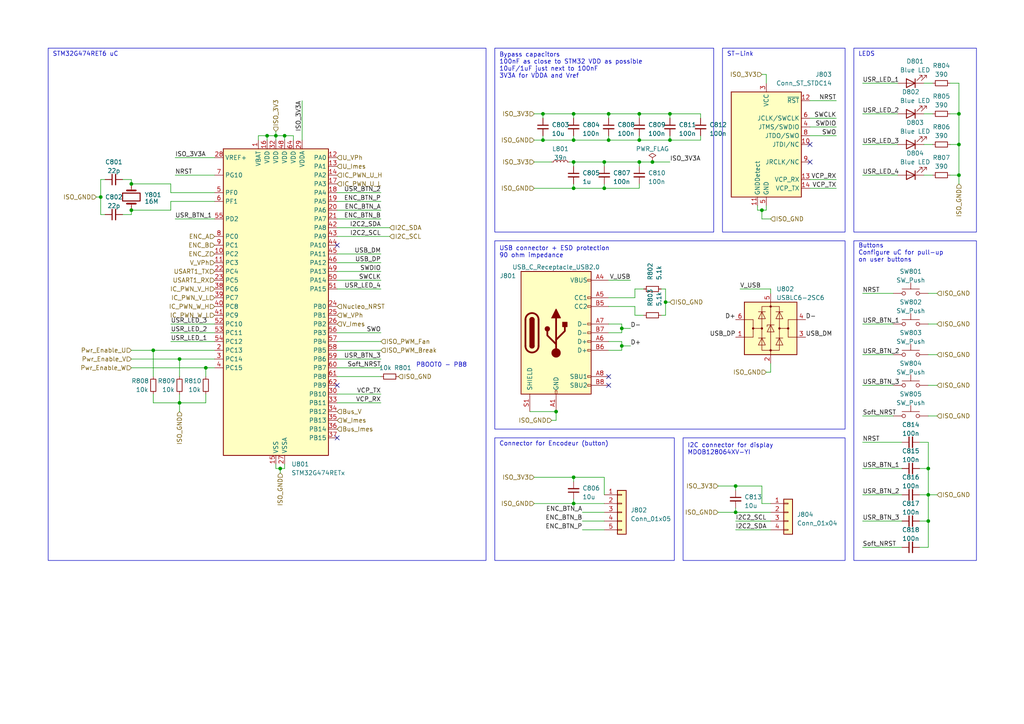
<source format=kicad_sch>
(kicad_sch (version 20230121) (generator eeschema)
  (paper "A4")
  (title_block (title "AAP Inverter") (date "2023-05-01") (company "ENSEA"))
  (lib_symbols
    (symbol "Connector:Conn_ST_STDC14"
      (property "Reference" "J" (at -8.89 16.51 0))
      (property "Value" "Conn_ST_STDC14" (at 17.78 16.51 0))
      (symbol "Conn_ST_STDC14_1_1"
        (pin no_connect line (at -10.16 5.08 0) (length 2.54) hide (name "NC") (number "1"))
        (pin output line (at 12.7 0 180) (length 2.54) (name "JTDI/NC") (number "10"))
        (pin passive line (at -2.54 -17.78 90) (length 2.54) (name "GNDDetect") (number "11"))
        (pin open_collector line (at 12.7 12.7 180) (length 2.54) (name "~{RST}") (number "12"))
        (pin output line (at 12.7 -10.16 180) (length 2.54) (name "VCP_RX") (number "13"))
        (pin input line (at 12.7 -12.7 180) (length 2.54) (name "VCP_TX") (number "14"))
        (pin no_connect line (at -10.16 2.54 0) (length 2.54) hide (name "NC") (number "2"))
        (pin power_in line (at 0 17.78 270) (length 2.54) (name "VCC") (number "3"))
        (pin bidirectional line (at 12.7 5.08 180) (length 2.54) (name "JTMS/SWDIO") (number "4"))
        (pin power_in line (at 0 -17.78 90) (length 2.54) (name "GND") (number "5"))
        (pin output line (at 12.7 7.62 180) (length 2.54) (name "JCLK/SWCLK") (number "6"))
        (pin passive line (at 0 -17.78 90) (length 2.54) hide (name "GND") (number "7"))
        (pin input line (at 12.7 2.54 180) (length 2.54) (name "JTDO/SWO") (number "8"))
        (pin input line (at 12.7 -5.08 180) (length 2.54) (name "JRCLK/NC") (number "9"))
      )
    )
    (symbol "Connector:USB_C_Receptacle_USB2.0" (pin_names (offset 1.016))
      (property "Reference" "J" (at -10.16 19.05 0))
      (property "Value" "USB_C_Receptacle_USB2.0" (at 19.05 19.05 0))
      (symbol "USB_C_Receptacle_USB2.0_1_1"
        (pin passive line (at 0 -22.86 90) (length 5.08) (name "GND") (number "A1"))
        (pin passive line (at 0 -22.86 90) (length 5.08) hide (name "GND") (number "A12"))
        (pin passive line (at 15.24 15.24 180) (length 5.08) (name "VBUS") (number "A4"))
        (pin bidirectional line (at 15.24 10.16 180) (length 5.08) (name "CC1") (number "A5"))
        (pin bidirectional line (at 15.24 -2.54 180) (length 5.08) (name "D+") (number "A6"))
        (pin bidirectional line (at 15.24 2.54 180) (length 5.08) (name "D-") (number "A7"))
        (pin bidirectional line (at 15.24 -12.7 180) (length 5.08) (name "SBU1") (number "A8"))
        (pin passive line (at 15.24 15.24 180) (length 5.08) hide (name "VBUS") (number "A9"))
        (pin passive line (at 0 -22.86 90) (length 5.08) hide (name "GND") (number "B1"))
        (pin passive line (at 0 -22.86 90) (length 5.08) hide (name "GND") (number "B12"))
        (pin passive line (at 15.24 15.24 180) (length 5.08) hide (name "VBUS") (number "B4"))
        (pin bidirectional line (at 15.24 7.62 180) (length 5.08) (name "CC2") (number "B5"))
        (pin bidirectional line (at 15.24 -5.08 180) (length 5.08) (name "D+") (number "B6"))
        (pin bidirectional line (at 15.24 0 180) (length 5.08) (name "D-") (number "B7"))
        (pin bidirectional line (at 15.24 -15.24 180) (length 5.08) (name "SBU2") (number "B8"))
        (pin passive line (at 15.24 15.24 180) (length 5.08) hide (name "VBUS") (number "B9"))
        (pin passive line (at -7.62 -22.86 90) (length 5.08) (name "SHIELD") (number "S1"))
      )
    )
    (symbol "Connector_Generic:Conn_01x04" (pin_names (offset 1.016) hide)
      (property "Reference" "J" (at 0 5.08 0))
      (property "Value" "Conn_01x04" (at 0 -7.62 0))
      (symbol "Conn_01x04_1_1"
        (pin passive line (at -5.08 2.54 0) (length 3.81) (name "Pin_1") (number "1"))
        (pin passive line (at -5.08 0 0) (length 3.81) (name "Pin_2") (number "2"))
        (pin passive line (at -5.08 -2.54 0) (length 3.81) (name "Pin_3") (number "3"))
        (pin passive line (at -5.08 -5.08 0) (length 3.81) (name "Pin_4") (number "4"))
      )
    )
    (symbol "Connector_Generic:Conn_01x05" (pin_names (offset 1.016) hide)
      (property "Reference" "J" (at 0 7.62 0))
      (property "Value" "Conn_01x05" (at 0 -7.62 0))
      (symbol "Conn_01x05_1_1"
        (pin passive line (at -5.08 5.08 0) (length 3.81) (name "Pin_1") (number "1"))
        (pin passive line (at -5.08 2.54 0) (length 3.81) (name "Pin_2") (number "2"))
        (pin passive line (at -5.08 0 0) (length 3.81) (name "Pin_3") (number "3"))
        (pin passive line (at -5.08 -2.54 0) (length 3.81) (name "Pin_4") (number "4"))
        (pin passive line (at -5.08 -5.08 0) (length 3.81) (name "Pin_5") (number "5"))
      )
    )
    (symbol "Device:C_Small" (pin_numbers hide) (pin_names (offset 0.254) hide)
      (property "Reference" "C" (at 0.254 1.778 0))
      (property "Value" "C_Small" (at 0.254 -2.032 0))
      (symbol "C_Small_1_1"
        (pin passive line (at 0 2.54 270) (length 2.032) (name "~") (number "1"))
        (pin passive line (at 0 -2.54 90) (length 2.032) (name "~") (number "2"))
      )
    )
    (symbol "Device:Crystal" (pin_numbers hide) (pin_names (offset 1.016) hide)
      (property "Reference" "Y" (at 0 3.81 0))
      (property "Value" "Crystal" (at 0 -3.81 0))
      (symbol "Crystal_1_1"
        (pin passive line (at -3.81 0 0) (length 1.27) (name "1") (number "1"))
        (pin passive line (at 3.81 0 180) (length 1.27) (name "2") (number "2"))
      )
    )
    (symbol "Device:LED" (pin_numbers hide) (pin_names (offset 1.016) hide)
      (property "Reference" "D" (at 0 2.54 0))
      (property "Value" "LED" (at 0 -2.54 0))
      (symbol "LED_1_1"
        (pin passive line (at -3.81 0 0) (length 2.54) (name "K") (number "1"))
        (pin passive line (at 3.81 0 180) (length 2.54) (name "A") (number "2"))
      )
    )
    (symbol "Device:L_Small" (pin_numbers hide) (pin_names (offset 0.254) hide)
      (property "Reference" "L" (at 0.762 1.016 0))
      (property "Value" "L_Small" (at 0.762 -1.016 0))
      (symbol "L_Small_1_1"
        (pin passive line (at 0 2.54 270) (length 0.508) (name "~") (number "1"))
        (pin passive line (at 0 -2.54 90) (length 0.508) (name "~") (number "2"))
      )
    )
    (symbol "Device:R_Small" (pin_numbers hide) (pin_names (offset 0.254) hide)
      (property "Reference" "R" (at 0.762 0.508 0))
      (property "Value" "R_Small" (at 0.762 -1.016 0))
      (symbol "R_Small_1_1"
        (pin passive line (at 0 2.54 270) (length 0.762) (name "~") (number "1"))
        (pin passive line (at 0 -2.54 90) (length 0.762) (name "~") (number "2"))
      )
    )
    (symbol "MCU_ST_STM32G4:STM32G474RETx"
      (property "Reference" "U" (at -15.24 46.99 0))
      (property "Value" "STM32G474RETx" (at 10.16 46.99 0))
      (symbol "STM32G474RETx_1_1"
        (pin power_in line (at -5.08 48.26 270) (length 2.54) (name "VBAT") (number "1"))
        (pin bidirectional line (at -17.78 15.24 0) (length 2.54) (name "PC2") (number "10"))
        (pin bidirectional line (at -17.78 12.7 0) (length 2.54) (name "PC3") (number "11"))
        (pin bidirectional line (at 17.78 43.18 180) (length 2.54) (name "PA0") (number "12"))
        (pin bidirectional line (at 17.78 40.64 180) (length 2.54) (name "PA1") (number "13"))
        (pin bidirectional line (at 17.78 38.1 180) (length 2.54) (name "PA2") (number "14"))
        (pin power_in line (at 0 -45.72 90) (length 2.54) (name "VSS") (number "15"))
        (pin power_in line (at -2.54 48.26 270) (length 2.54) (name "VDD") (number "16"))
        (pin bidirectional line (at 17.78 35.56 180) (length 2.54) (name "PA3") (number "17"))
        (pin bidirectional line (at 17.78 33.02 180) (length 2.54) (name "PA4") (number "18"))
        (pin bidirectional line (at 17.78 30.48 180) (length 2.54) (name "PA5") (number "19"))
        (pin bidirectional line (at -17.78 -12.7 0) (length 2.54) (name "PC13") (number "2"))
        (pin bidirectional line (at 17.78 27.94 180) (length 2.54) (name "PA6") (number "20"))
        (pin bidirectional line (at 17.78 25.4 180) (length 2.54) (name "PA7") (number "21"))
        (pin bidirectional line (at -17.78 10.16 0) (length 2.54) (name "PC4") (number "22"))
        (pin bidirectional line (at -17.78 7.62 0) (length 2.54) (name "PC5") (number "23"))
        (pin bidirectional line (at 17.78 0 180) (length 2.54) (name "PB0") (number "24"))
        (pin bidirectional line (at 17.78 -2.54 180) (length 2.54) (name "PB1") (number "25"))
        (pin bidirectional line (at 17.78 -5.08 180) (length 2.54) (name "PB2") (number "26"))
        (pin power_in line (at 2.54 -45.72 90) (length 2.54) (name "VSSA") (number "27"))
        (pin input line (at -17.78 43.18 0) (length 2.54) (name "VREF+") (number "28"))
        (pin power_in line (at 7.62 48.26 270) (length 2.54) (name "VDDA") (number "29"))
        (pin bidirectional line (at -17.78 -15.24 0) (length 2.54) (name "PC14") (number "3"))
        (pin bidirectional line (at 17.78 -25.4 180) (length 2.54) (name "PB10") (number "30"))
        (pin passive line (at 0 -45.72 90) (length 2.54) hide (name "VSS") (number "31"))
        (pin power_in line (at 0 48.26 270) (length 2.54) (name "VDD") (number "32"))
        (pin bidirectional line (at 17.78 -27.94 180) (length 2.54) (name "PB11") (number "33"))
        (pin bidirectional line (at 17.78 -30.48 180) (length 2.54) (name "PB12") (number "34"))
        (pin bidirectional line (at 17.78 -33.02 180) (length 2.54) (name "PB13") (number "35"))
        (pin bidirectional line (at 17.78 -35.56 180) (length 2.54) (name "PB14") (number "36"))
        (pin bidirectional line (at 17.78 -38.1 180) (length 2.54) (name "PB15") (number "37"))
        (pin bidirectional line (at -17.78 5.08 0) (length 2.54) (name "PC6") (number "38"))
        (pin bidirectional line (at -17.78 2.54 0) (length 2.54) (name "PC7") (number "39"))
        (pin bidirectional line (at -17.78 -17.78 0) (length 2.54) (name "PC15") (number "4"))
        (pin bidirectional line (at -17.78 0 0) (length 2.54) (name "PC8") (number "40"))
        (pin bidirectional line (at -17.78 -2.54 0) (length 2.54) (name "PC9") (number "41"))
        (pin bidirectional line (at 17.78 22.86 180) (length 2.54) (name "PA8") (number "42"))
        (pin bidirectional line (at 17.78 20.32 180) (length 2.54) (name "PA9") (number "43"))
        (pin bidirectional line (at 17.78 17.78 180) (length 2.54) (name "PA10") (number "44"))
        (pin bidirectional line (at 17.78 15.24 180) (length 2.54) (name "PA11") (number "45"))
        (pin bidirectional line (at 17.78 12.7 180) (length 2.54) (name "PA12") (number "46"))
        (pin passive line (at 0 -45.72 90) (length 2.54) hide (name "VSS") (number "47"))
        (pin power_in line (at 2.54 48.26 270) (length 2.54) (name "VDD") (number "48"))
        (pin bidirectional line (at 17.78 10.16 180) (length 2.54) (name "PA13") (number "49"))
        (pin bidirectional line (at -17.78 33.02 0) (length 2.54) (name "PF0") (number "5"))
        (pin bidirectional line (at 17.78 7.62 180) (length 2.54) (name "PA14") (number "50"))
        (pin bidirectional line (at 17.78 5.08 180) (length 2.54) (name "PA15") (number "51"))
        (pin bidirectional line (at -17.78 -5.08 0) (length 2.54) (name "PC10") (number "52"))
        (pin bidirectional line (at -17.78 -7.62 0) (length 2.54) (name "PC11") (number "53"))
        (pin bidirectional line (at -17.78 -10.16 0) (length 2.54) (name "PC12") (number "54"))
        (pin bidirectional line (at -17.78 25.4 0) (length 2.54) (name "PD2") (number "55"))
        (pin bidirectional line (at 17.78 -7.62 180) (length 2.54) (name "PB3") (number "56"))
        (pin bidirectional line (at 17.78 -10.16 180) (length 2.54) (name "PB4") (number "57"))
        (pin bidirectional line (at 17.78 -12.7 180) (length 2.54) (name "PB5") (number "58"))
        (pin bidirectional line (at 17.78 -15.24 180) (length 2.54) (name "PB6") (number "59"))
        (pin bidirectional line (at -17.78 30.48 0) (length 2.54) (name "PF1") (number "6"))
        (pin bidirectional line (at 17.78 -17.78 180) (length 2.54) (name "PB7") (number "60"))
        (pin bidirectional line (at 17.78 -20.32 180) (length 2.54) (name "PB8") (number "61"))
        (pin bidirectional line (at 17.78 -22.86 180) (length 2.54) (name "PB9") (number "62"))
        (pin passive line (at 0 -45.72 90) (length 2.54) hide (name "VSS") (number "63"))
        (pin power_in line (at 5.08 48.26 270) (length 2.54) (name "VDD") (number "64"))
        (pin bidirectional line (at -17.78 38.1 0) (length 2.54) (name "PG10") (number "7"))
        (pin bidirectional line (at -17.78 20.32 0) (length 2.54) (name "PC0") (number "8"))
        (pin bidirectional line (at -17.78 17.78 0) (length 2.54) (name "PC1") (number "9"))
      )
    )
    (symbol "Power_Protection:USBLC6-2SC6" (pin_names hide)
      (property "Reference" "U" (at 2.54 8.89 0))
      (property "Value" "USBLC6-2SC6" (at 2.54 -8.89 0))
      (symbol "USBLC6-2SC6_1_1"
        (pin passive line (at -10.16 -2.54 0) (length 2.54) (name "I/O1") (number "1"))
        (pin passive line (at 0 -10.16 90) (length 2.54) (name "GND") (number "2"))
        (pin passive line (at 10.16 -2.54 180) (length 2.54) (name "I/O2") (number "3"))
        (pin passive line (at 10.16 2.54 180) (length 2.54) (name "I/O2") (number "4"))
        (pin passive line (at 0 10.16 270) (length 2.54) (name "VBUS") (number "5"))
        (pin passive line (at -10.16 2.54 0) (length 2.54) (name "I/O1") (number "6"))
      )
    )
    (symbol "Switch:SW_Push" (pin_numbers hide) (pin_names (offset 1.016) hide)
      (property "Reference" "SW" (at 1.27 2.54 0))
      (property "Value" "SW_Push" (at 0 -1.524 0))
      (symbol "SW_Push_0_1"
        (pin passive line (at -5.08 0 0) (length 2.54) (name "1") (number "1"))
        (pin passive line (at 5.08 0 180) (length 2.54) (name "2") (number "2"))
      )
    )
    (symbol "power:PWR_FLAG" (power) (pin_numbers hide) (pin_names (offset 0) hide)
      (property "Value" "PWR_FLAG" (at 0 3.81 0))
      (symbol "PWR_FLAG_0_0"
        (pin power_out line (at 0 0 90) (length 0) (name "pwr") (number "1"))
      )
    )
  )
  (junction (at 161.29 119.38))
  (junction (at 175.26 46.99))
  (junction (at 180.34 100.33))
  (junction (at 77.47 39.37))
  (junction (at 193.04 87.63))
  (junction (at 269.24 151.13))
  (junction (at 38.1 60.96))
  (junction (at 269.24 135.89))
  (junction (at 29.21 57.15))
  (junction (at 52.07 116.84))
  (junction (at 213.36 148.59))
  (junction (at 180.34 95.25))
  (junction (at 185.42 33.02))
  (junction (at 220.98 60.96))
  (junction (at 166.37 46.99))
  (junction (at 59.69 106.68))
  (junction (at 278.13 33.02))
  (junction (at 166.37 146.05))
  (junction (at 278.13 50.8))
  (junction (at 194.31 40.64))
  (junction (at 52.07 104.14))
  (junction (at 175.26 54.61))
  (junction (at 166.37 40.64))
  (junction (at 166.37 138.43))
  (junction (at 44.45 101.6))
  (junction (at 81.28 135.89))
  (junction (at 185.42 46.99))
  (junction (at 38.1 53.34))
  (junction (at 176.53 33.02))
  (junction (at 189.23 46.99))
  (junction (at 82.55 39.37))
  (junction (at 166.37 54.61))
  (junction (at 194.31 33.02))
  (junction (at 157.48 40.64))
  (junction (at 269.24 143.51))
  (junction (at 176.53 40.64))
  (junction (at 185.42 40.64))
  (junction (at 166.37 33.02))
  (junction (at 80.01 39.37))
  (junction (at 157.48 33.02))
  (junction (at 278.13 41.91))
  (junction (at 213.36 140.97))
  (no_connect (at 97.79 111.76))
  (no_connect (at 234.95 46.99))
  (no_connect (at 97.79 71.12))
  (no_connect (at 97.79 127))
  (no_connect (at 176.53 111.76))
  (no_connect (at 176.53 109.22))
  (no_connect (at 234.95 41.91))
  (wire (pts (xy 208.28 140.97) (xy 213.36 140.97)))
  (wire (pts (xy 194.31 33.02) (xy 194.31 34.29)))
  (wire (pts (xy 220.98 63.5) (xy 220.98 60.96)))
  (wire (pts (xy 80.01 38.1) (xy 80.01 39.37)))
  (wire (pts (xy 250.19 143.51) (xy 261.62 143.51)))
  (wire (pts (xy 97.79 55.88) (xy 110.49 55.88)))
  (wire (pts (xy 250.19 128.27) (xy 261.62 128.27)))
  (wire (pts (xy 161.29 119.38) (xy 161.29 121.92)))
  (wire (pts (xy 49.53 55.88) (xy 62.23 55.88)))
  (wire (pts (xy 185.42 53.34) (xy 185.42 54.61)))
  (wire (pts (xy 50.8 45.72) (xy 62.23 45.72)))
  (wire (pts (xy 203.2 33.02) (xy 203.2 34.29)))
  (wire (pts (xy 250.19 41.91) (xy 260.35 41.91)))
  (wire (pts (xy 175.26 46.99) (xy 185.42 46.99)))
  (wire (pts (xy 275.59 41.91) (xy 278.13 41.91)))
  (wire (pts (xy 266.7 158.75) (xy 269.24 158.75)))
  (wire (pts (xy 154.94 146.05) (xy 166.37 146.05)))
  (wire (pts (xy 269.24 120.65) (xy 271.78 120.65)))
  (wire (pts (xy 269.24 143.51) (xy 269.24 135.89)))
  (wire (pts (xy 175.26 53.34) (xy 175.26 54.61)))
  (wire (pts (xy 49.53 96.52) (xy 62.23 96.52)))
  (wire (pts (xy 176.53 81.28) (xy 182.88 81.28)))
  (wire (pts (xy 110.49 99.06) (xy 97.79 99.06)))
  (wire (pts (xy 44.45 101.6) (xy 44.45 109.22)))
  (wire (pts (xy 269.24 111.76) (xy 271.78 111.76)))
  (wire (pts (xy 175.26 54.61) (xy 166.37 54.61)))
  (wire (pts (xy 213.36 140.97) (xy 213.36 142.24)))
  (wire (pts (xy 269.24 128.27) (xy 266.7 128.27)))
  (wire (pts (xy 275.59 33.02) (xy 278.13 33.02)))
  (wire (pts (xy 269.24 158.75) (xy 269.24 151.13)))
  (wire (pts (xy 80.01 39.37) (xy 80.01 40.64)))
  (wire (pts (xy 110.49 104.14) (xy 97.79 104.14)))
  (wire (pts (xy 97.79 78.74) (xy 110.49 78.74)))
  (wire (pts (xy 157.48 33.02) (xy 166.37 33.02)))
  (wire (pts (xy 180.34 99.06) (xy 180.34 100.33)))
  (wire (pts (xy 194.31 33.02) (xy 203.2 33.02)))
  (wire (pts (xy 166.37 144.78) (xy 166.37 146.05)))
  (wire (pts (xy 38.1 53.34) (xy 38.1 52.07)))
  (wire (pts (xy 271.78 85.09) (xy 269.24 85.09)))
  (wire (pts (xy 97.79 116.84) (xy 110.49 116.84)))
  (wire (pts (xy 166.37 40.64) (xy 157.48 40.64)))
  (wire (pts (xy 50.8 50.8) (xy 62.23 50.8)))
  (wire (pts (xy 52.07 116.84) (xy 59.69 116.84)))
  (wire (pts (xy 74.93 40.64) (xy 74.93 39.37)))
  (wire (pts (xy 193.04 83.82) (xy 191.77 83.82)))
  (wire (pts (xy 213.36 153.67) (xy 223.52 153.67)))
  (wire (pts (xy 176.53 96.52) (xy 180.34 96.52)))
  (wire (pts (xy 234.95 52.07) (xy 242.57 52.07)))
  (wire (pts (xy 59.69 106.68) (xy 59.69 109.22)))
  (wire (pts (xy 220.98 21.59) (xy 222.25 21.59)))
  (wire (pts (xy 194.31 87.63) (xy 193.04 87.63)))
  (wire (pts (xy 97.79 73.66) (xy 110.49 73.66)))
  (wire (pts (xy 250.19 120.65) (xy 259.08 120.65)))
  (wire (pts (xy 267.97 33.02) (xy 270.51 33.02)))
  (wire (pts (xy 166.37 39.37) (xy 166.37 40.64)))
  (wire (pts (xy 175.26 151.13) (xy 168.91 151.13)))
  (wire (pts (xy 59.69 106.68) (xy 62.23 106.68)))
  (wire (pts (xy 176.53 99.06) (xy 180.34 99.06)))
  (wire (pts (xy 269.24 151.13) (xy 269.24 143.51)))
  (wire (pts (xy 180.34 93.98) (xy 180.34 95.25)))
  (wire (pts (xy 234.95 39.37) (xy 242.57 39.37)))
  (wire (pts (xy 213.36 140.97) (xy 220.98 140.97)))
  (wire (pts (xy 184.15 91.44) (xy 184.15 88.9)))
  (wire (pts (xy 278.13 24.13) (xy 278.13 33.02)))
  (wire (pts (xy 250.19 33.02) (xy 260.35 33.02)))
  (wire (pts (xy 176.53 39.37) (xy 176.53 40.64)))
  (wire (pts (xy 193.04 91.44) (xy 193.04 87.63)))
  (wire (pts (xy 220.98 60.96) (xy 222.25 60.96)))
  (wire (pts (xy 234.95 36.83) (xy 242.57 36.83)))
  (wire (pts (xy 29.21 62.23) (xy 30.48 62.23)))
  (wire (pts (xy 269.24 102.87) (xy 271.78 102.87)))
  (wire (pts (xy 275.59 50.8) (xy 278.13 50.8)))
  (wire (pts (xy 222.25 21.59) (xy 222.25 24.13)))
  (wire (pts (xy 82.55 39.37) (xy 85.09 39.37)))
  (wire (pts (xy 49.53 60.96) (xy 38.1 60.96)))
  (wire (pts (xy 38.1 60.96) (xy 38.1 62.23)))
  (wire (pts (xy 166.37 53.34) (xy 166.37 54.61)))
  (wire (pts (xy 27.94 57.15) (xy 29.21 57.15)))
  (wire (pts (xy 44.45 101.6) (xy 62.23 101.6)))
  (wire (pts (xy 250.19 93.98) (xy 259.08 93.98)))
  (wire (pts (xy 35.56 52.07) (xy 38.1 52.07)))
  (wire (pts (xy 214.63 83.82) (xy 223.52 83.82)))
  (wire (pts (xy 110.49 83.82) (xy 97.79 83.82)))
  (wire (pts (xy 154.94 46.99) (xy 160.02 46.99)))
  (wire (pts (xy 222.25 59.69) (xy 222.25 60.96)))
  (wire (pts (xy 97.79 60.96) (xy 110.49 60.96)))
  (wire (pts (xy 81.28 135.89) (xy 81.28 137.16)))
  (wire (pts (xy 266.7 135.89) (xy 269.24 135.89)))
  (wire (pts (xy 219.71 60.96) (xy 219.71 59.69)))
  (wire (pts (xy 161.29 121.92) (xy 160.02 121.92)))
  (wire (pts (xy 191.77 91.44) (xy 193.04 91.44)))
  (wire (pts (xy 269.24 93.98) (xy 271.78 93.98)))
  (wire (pts (xy 49.53 93.98) (xy 62.23 93.98)))
  (wire (pts (xy 175.26 148.59) (xy 168.91 148.59)))
  (wire (pts (xy 275.59 24.13) (xy 278.13 24.13)))
  (wire (pts (xy 185.42 33.02) (xy 194.31 33.02)))
  (wire (pts (xy 50.8 63.5) (xy 62.23 63.5)))
  (wire (pts (xy 250.19 50.8) (xy 260.35 50.8)))
  (wire (pts (xy 175.26 54.61) (xy 185.42 54.61)))
  (wire (pts (xy 97.79 114.3) (xy 110.49 114.3)))
  (wire (pts (xy 154.94 54.61) (xy 166.37 54.61)))
  (wire (pts (xy 175.26 153.67) (xy 168.91 153.67)))
  (wire (pts (xy 85.09 39.37) (xy 85.09 40.64)))
  (wire (pts (xy 49.53 53.34) (xy 38.1 53.34)))
  (wire (pts (xy 166.37 46.99) (xy 175.26 46.99)))
  (wire (pts (xy 180.34 100.33) (xy 182.88 100.33)))
  (wire (pts (xy 185.42 39.37) (xy 185.42 40.64)))
  (wire (pts (xy 185.42 48.26) (xy 185.42 46.99)))
  (wire (pts (xy 110.49 106.68) (xy 97.79 106.68)))
  (wire (pts (xy 250.19 85.09) (xy 259.08 85.09)))
  (wire (pts (xy 38.1 104.14) (xy 52.07 104.14)))
  (wire (pts (xy 269.24 135.89) (xy 269.24 128.27)))
  (wire (pts (xy 166.37 33.02) (xy 166.37 34.29)))
  (wire (pts (xy 185.42 46.99) (xy 189.23 46.99)))
  (wire (pts (xy 157.48 40.64) (xy 157.48 39.37)))
  (wire (pts (xy 176.53 88.9) (xy 184.15 88.9)))
  (wire (pts (xy 44.45 114.3) (xy 44.45 116.84)))
  (wire (pts (xy 52.07 104.14) (xy 62.23 104.14)))
  (wire (pts (xy 82.55 134.62) (xy 82.55 135.89)))
  (wire (pts (xy 213.36 151.13) (xy 223.52 151.13)))
  (wire (pts (xy 52.07 109.22) (xy 52.07 104.14)))
  (wire (pts (xy 38.1 101.6) (xy 44.45 101.6)))
  (wire (pts (xy 267.97 24.13) (xy 270.51 24.13)))
  (wire (pts (xy 213.36 147.32) (xy 213.36 148.59)))
  (wire (pts (xy 180.34 93.98) (xy 176.53 93.98)))
  (wire (pts (xy 81.28 135.89) (xy 82.55 135.89)))
  (wire (pts (xy 234.95 54.61) (xy 242.57 54.61)))
  (wire (pts (xy 80.01 134.62) (xy 80.01 135.89)))
  (wire (pts (xy 110.49 109.22) (xy 97.79 109.22)))
  (wire (pts (xy 222.25 107.95) (xy 223.52 107.95)))
  (wire (pts (xy 250.19 158.75) (xy 261.62 158.75)))
  (wire (pts (xy 97.79 96.52) (xy 110.49 96.52)))
  (wire (pts (xy 213.36 148.59) (xy 223.52 148.59)))
  (wire (pts (xy 267.97 50.8) (xy 270.51 50.8)))
  (wire (pts (xy 266.7 143.51) (xy 269.24 143.51)))
  (wire (pts (xy 49.53 58.42) (xy 62.23 58.42)))
  (wire (pts (xy 49.53 99.06) (xy 62.23 99.06)))
  (wire (pts (xy 44.45 116.84) (xy 52.07 116.84)))
  (wire (pts (xy 180.34 95.25) (xy 182.88 95.25)))
  (wire (pts (xy 29.21 57.15) (xy 29.21 62.23)))
  (wire (pts (xy 29.21 52.07) (xy 29.21 57.15)))
  (wire (pts (xy 97.79 66.04) (xy 113.03 66.04)))
  (wire (pts (xy 166.37 138.43) (xy 166.37 139.7)))
  (wire (pts (xy 223.52 83.82) (xy 223.52 85.09)))
  (wire (pts (xy 234.95 34.29) (xy 242.57 34.29)))
  (wire (pts (xy 176.53 33.02) (xy 176.53 34.29)))
  (wire (pts (xy 189.23 46.99) (xy 194.31 46.99)))
  (wire (pts (xy 267.97 41.91) (xy 270.51 41.91)))
  (wire (pts (xy 176.53 101.6) (xy 180.34 101.6)))
  (wire (pts (xy 52.07 114.3) (xy 52.07 116.84)))
  (wire (pts (xy 30.48 52.07) (xy 29.21 52.07)))
  (wire (pts (xy 176.53 86.36) (xy 184.15 86.36)))
  (wire (pts (xy 166.37 48.26) (xy 166.37 46.99)))
  (wire (pts (xy 175.26 46.99) (xy 175.26 48.26)))
  (wire (pts (xy 220.98 60.96) (xy 219.71 60.96)))
  (wire (pts (xy 166.37 40.64) (xy 176.53 40.64)))
  (wire (pts (xy 278.13 41.91) (xy 278.13 50.8)))
  (wire (pts (xy 49.53 55.88) (xy 49.53 53.34)))
  (wire (pts (xy 278.13 33.02) (xy 278.13 41.91)))
  (wire (pts (xy 250.19 151.13) (xy 261.62 151.13)))
  (wire (pts (xy 97.79 63.5) (xy 110.49 63.5)))
  (wire (pts (xy 97.79 81.28) (xy 110.49 81.28)))
  (wire (pts (xy 97.79 76.2) (xy 110.49 76.2)))
  (wire (pts (xy 157.48 34.29) (xy 157.48 33.02)))
  (wire (pts (xy 166.37 138.43) (xy 175.26 138.43)))
  (wire (pts (xy 266.7 151.13) (xy 269.24 151.13)))
  (wire (pts (xy 74.93 39.37) (xy 77.47 39.37)))
  (wire (pts (xy 52.07 116.84) (xy 52.07 119.38)))
  (wire (pts (xy 38.1 106.68) (xy 59.69 106.68)))
  (wire (pts (xy 223.52 63.5) (xy 220.98 63.5)))
  (wire (pts (xy 194.31 39.37) (xy 194.31 40.64)))
  (wire (pts (xy 184.15 91.44) (xy 186.69 91.44)))
  (wire (pts (xy 250.19 102.87) (xy 259.08 102.87)))
  (wire (pts (xy 97.79 58.42) (xy 110.49 58.42)))
  (wire (pts (xy 203.2 39.37) (xy 203.2 40.64)))
  (wire (pts (xy 185.42 40.64) (xy 194.31 40.64)))
  (wire (pts (xy 250.19 24.13) (xy 260.35 24.13)))
  (wire (pts (xy 77.47 39.37) (xy 80.01 39.37)))
  (wire (pts (xy 176.53 33.02) (xy 185.42 33.02)))
  (wire (pts (xy 166.37 33.02) (xy 176.53 33.02)))
  (wire (pts (xy 80.01 39.37) (xy 82.55 39.37)))
  (wire (pts (xy 220.98 140.97) (xy 220.98 146.05)))
  (wire (pts (xy 208.28 148.59) (xy 213.36 148.59)))
  (wire (pts (xy 35.56 62.23) (xy 38.1 62.23)))
  (wire (pts (xy 153.67 119.38) (xy 161.29 119.38)))
  (wire (pts (xy 184.15 86.36) (xy 184.15 83.82)))
  (wire (pts (xy 166.37 146.05) (xy 175.26 146.05)))
  (wire (pts (xy 184.15 83.82) (xy 186.69 83.82)))
  (wire (pts (xy 82.55 39.37) (xy 82.55 40.64)))
  (wire (pts (xy 250.19 111.76) (xy 259.08 111.76)))
  (wire (pts (xy 203.2 40.64) (xy 194.31 40.64)))
  (wire (pts (xy 77.47 40.64) (xy 77.47 39.37)))
  (wire (pts (xy 59.69 114.3) (xy 59.69 116.84)))
  (wire (pts (xy 250.19 135.89) (xy 261.62 135.89)))
  (wire (pts (xy 234.95 29.21) (xy 242.57 29.21)))
  (wire (pts (xy 269.24 143.51) (xy 271.78 143.51)))
  (wire (pts (xy 180.34 95.25) (xy 180.34 96.52)))
  (wire (pts (xy 220.98 146.05) (xy 223.52 146.05)))
  (wire (pts (xy 80.01 135.89) (xy 81.28 135.89)))
  (wire (pts (xy 176.53 40.64) (xy 185.42 40.64)))
  (wire (pts (xy 166.37 46.99) (xy 165.1 46.99)))
  (wire (pts (xy 175.26 138.43) (xy 175.26 143.51)))
  (wire (pts (xy 154.94 138.43) (xy 166.37 138.43)))
  (wire (pts (xy 185.42 33.02) (xy 185.42 34.29)))
  (wire (pts (xy 193.04 87.63) (xy 193.04 83.82)))
  (wire (pts (xy 154.94 40.64) (xy 157.48 40.64)))
  (wire (pts (xy 97.79 68.58) (xy 113.03 68.58)))
  (wire (pts (xy 110.49 101.6) (xy 97.79 101.6)))
  (wire (pts (xy 180.34 100.33) (xy 180.34 101.6)))
  (wire (pts (xy 154.94 33.02) (xy 157.48 33.02)))
  (wire (pts (xy 49.53 58.42) (xy 49.53 60.96)))
  (wire (pts (xy 223.52 107.95) (xy 223.52 105.41)))
  (wire (pts (xy 87.63 29.21) (xy 87.63 40.64)))
  (wire (pts (xy 278.13 50.8) (xy 278.13 53.34)))
  (rectangle (start 13.97 13.97) (end 140.97 162.56))
  (rectangle (start 143.51 127) (end 195.58 162.56))
  (rectangle (start 143.51 13.97) (end 207.01 67.31))
  (rectangle (start 247.65 69.85) (end 283.21 162.56))
  (rectangle (start 247.65 13.97) (end 283.21 67.31))
  (rectangle (start 209.55 13.97) (end 245.11 67.31))
  (rectangle (start 143.51 69.85) (end 245.11 124.46))
  (rectangle (start 198.12 127) (end 245.11 162.56))
  (text "USB connector + ESD protection\n90 ohm impedance" (at 144.78 74.93 0) (effects (font (size 1.27 1.27)) (justify left bottom)))
  (text "ST-Link\n" (at 210.82 16.51 0) (effects (font (size 1.27 1.27)) (justify left bottom)))
  (text "Bypass capacitors\n100nF as close to STM32 VDD as possible\n10uF/1uF just next to 100nF\n3V3A for VDDA and Vref\n" (at 144.78 22.86 0) (effects (font (size 1.27 1.27)) (justify left bottom)))
  (text "Connector for Encodeur (button)" (at 144.78 129.54 0) (effects (font (size 1.27 1.27)) (justify left bottom)))
  (text "Buttons\nConfigure uC for pull-up \non user buttons" (at 248.92 76.2 0) (effects (font (size 1.27 1.27)) (justify left bottom)))
  (text "I2C connector for display\nMDOB128064XV-YI" (at 199.39 132.08 0) (effects (font (size 1.27 1.27)) (justify left bottom)))
  (text "PBOOT0 - PB8\n" (at 120.65 106.68 0) (effects (font (size 1.27 1.27)) (justify left bottom)))
  (text "STM32G474RET6 uC" (at 15.24 16.51 0) (effects (font (size 1.27 1.27)) (justify left bottom)))
  (text "LEDS\n" (at 248.92 16.51 0) (effects (font (size 1.27 1.27)) (justify left bottom)))
  (label "USR_BTN_1" (at 250.19 135.89 0))
  (label "D-" (at 233.68 92.71 0))
  (label "NRST" (at 50.8 50.8 0))
  (label "USB_DP" (at 213.36 97.79 180))
  (label "I2C2_SCL" (at 213.36 151.13 0))
  (label "ISO_3V3A" (at 50.8 45.72 0))
  (label "USR_LED_4" (at 110.49 83.82 180))
  (label "USB_DP" (at 110.49 76.2 180))
  (label "USR_LED_4" (at 250.19 50.8 0))
  (label "V_USB" (at 214.63 83.82 0))
  (label "USB_DM" (at 233.68 97.79 0))
  (label "USR_LED_1" (at 49.53 99.06 0))
  (label "D-" (at 182.88 95.25 0))
  (label "VCP_TX" (at 242.57 54.61 180))
  (label "Soft_NRST" (at 250.19 120.65 0))
  (label "USR_LED_3" (at 49.53 93.98 0))
  (label "Soft_NRST" (at 250.19 158.75 0))
  (label "USR_BTN_2" (at 250.19 143.51 0))
  (label "ISO_3V3A" (at 194.31 46.99 0))
  (label "NRST" (at 250.19 85.09 0))
  (label "SWDIO" (at 242.57 36.83 180))
  (label "USR_BTN_3" (at 110.49 104.14 180))
  (label "SWDIO" (at 110.49 78.74 180))
  (label "USR_LED_2" (at 250.19 33.02 0))
  (label "ENC_BTN_B" (at 168.91 151.13 180))
  (label "USR_BTN_2" (at 110.49 55.88 180))
  (label "VCP_TX" (at 110.49 114.3 180))
  (label "USR_LED_1" (at 250.19 24.13 0))
  (label "ENC_BTN_P" (at 110.49 58.42 180))
  (label "Soft_NRST" (at 110.49 106.68 180))
  (label "USR_BTN_1" (at 250.19 93.98 0))
  (label "ENC_BTN_A" (at 168.91 148.59 180))
  (label "D+" (at 213.36 92.71 180))
  (label "USR_BTN_3" (at 250.19 111.76 0))
  (label "V_USB" (at 182.88 81.28 180))
  (label "ISO_3V3A" (at 87.63 29.21 270))
  (label "VCP_RX" (at 242.57 52.07 180))
  (label "USR_BTN_1" (at 50.8 63.5 0))
  (label "ENC_BTN_B" (at 110.49 63.5 180))
  (label "USR_BTN_2" (at 250.19 102.87 0))
  (label "ENC_BTN_P" (at 168.91 153.67 180))
  (label "USR_LED_2" (at 49.53 96.52 0))
  (label "NRST" (at 242.57 29.21 180))
  (label "VCP_RX" (at 110.49 116.84 180))
  (label "I2C2_SDA" (at 213.36 153.67 0))
  (label "I2C2_SCL" (at 110.49 68.58 180))
  (label "SWO" (at 110.49 96.52 180))
  (label "NRST" (at 250.19 128.27 0))
  (label "SWO" (at 242.57 39.37 180))
  (label "USR_LED_3" (at 250.19 41.91 0))
  (label "SWCLK" (at 242.57 34.29 180))
  (label "ENC_BTN_A" (at 110.49 60.96 180))
  (label "I2C2_SDA" (at 110.49 66.04 180))
  (label "D+" (at 182.88 100.33 0))
  (label "SWCLK" (at 110.49 81.28 180))
  (label "USB_DM" (at 110.49 73.66 180))
  (label "USR_BTN_3" (at 250.19 151.13 0))
  (hierarchical_label "ISO_GND" (shape input) (at 278.13 53.34 270))
  (hierarchical_label "IC_PWN_W_H" (shape input) (at 62.23 88.9 180))
  (hierarchical_label "ISO_3V3" (shape input) (at 154.94 46.99 180))
  (hierarchical_label "V_VPh" (shape input) (at 62.23 76.2 180))
  (hierarchical_label "ISO_3V3" (shape input) (at 220.98 21.59 180))
  (hierarchical_label "Nucleo_NRST" (shape input) (at 97.79 88.9 0))
  (hierarchical_label "ISO_GND" (shape input) (at 27.94 57.15 180))
  (hierarchical_label "IC_PWN_V_L" (shape input) (at 62.23 86.36 180))
  (hierarchical_label "U_VPh" (shape input) (at 97.79 45.72 0))
  (hierarchical_label "ISO_3V3" (shape input) (at 208.28 140.97 180))
  (hierarchical_label "USART1_TX" (shape input) (at 62.23 78.74 180))
  (hierarchical_label "ISO_3V3" (shape input) (at 154.94 33.02 180))
  (hierarchical_label "IC_PWN_U_L" (shape input) (at 97.79 53.34 0))
  (hierarchical_label "ISO_GND" (shape input) (at 115.57 109.22 0))
  (hierarchical_label "ISO_GND" (shape input) (at 154.94 146.05 180))
  (hierarchical_label "ISO_3V3" (shape input) (at 154.94 138.43 180))
  (hierarchical_label "IC_PWN_W_L" (shape input) (at 62.23 91.44 180))
  (hierarchical_label "ISO_GND" (shape input) (at 222.25 107.95 180))
  (hierarchical_label "ISO_PWM_Break" (shape input) (at 110.49 101.6 0))
  (hierarchical_label "ENC_A" (shape input) (at 62.23 68.58 180))
  (hierarchical_label "V_Imes" (shape input) (at 97.79 93.98 0))
  (hierarchical_label "ISO_GND" (shape input) (at 271.78 120.65 0))
  (hierarchical_label "ISO_GND" (shape input) (at 271.78 85.09 0))
  (hierarchical_label "U_Imes" (shape input) (at 97.79 48.26 0))
  (hierarchical_label "ISO_GND" (shape input) (at 154.94 54.61 180))
  (hierarchical_label "ISO_GND" (shape input) (at 271.78 93.98 0))
  (hierarchical_label "ISO_GND" (shape input) (at 271.78 102.87 0))
  (hierarchical_label "ISO_GND" (shape input) (at 208.28 148.59 180))
  (hierarchical_label "ENC_B" (shape input) (at 62.23 71.12 180))
  (hierarchical_label "ISO_GND" (shape input) (at 160.02 121.92 180))
  (hierarchical_label "Pwr_Enable_W" (shape input) (at 38.1 106.68 180))
  (hierarchical_label "Pwr_Enable_U" (shape input) (at 38.1 101.6 180))
  (hierarchical_label "USART1_RX" (shape input) (at 62.23 81.28 180))
  (hierarchical_label "ISO_GND" (shape input) (at 271.78 143.51 0))
  (hierarchical_label "ISO_GND" (shape input) (at 81.28 137.16 270))
  (hierarchical_label "ISO_3V3" (shape input) (at 80.01 38.1 90))
  (hierarchical_label "W_VPh" (shape input) (at 97.79 91.44 0))
  (hierarchical_label "ISO_PWM_Fan" (shape input) (at 110.49 99.06 0))
  (hierarchical_label "I2C_SCL" (shape input) (at 113.03 68.58 0))
  (hierarchical_label "IC_PWN_U_H" (shape input) (at 97.79 50.8 0))
  (hierarchical_label "IC_PWN_V_H" (shape input) (at 62.23 83.82 180))
  (hierarchical_label "ISO_GND" (shape input) (at 194.31 87.63 0))
  (hierarchical_label "Bus_V" (shape input) (at 97.79 119.38 0))
  (hierarchical_label "ISO_GND" (shape input) (at 154.94 40.64 180))
  (hierarchical_label "ISO_GND" (shape input) (at 52.07 119.38 270))
  (hierarchical_label "W_Imes" (shape input) (at 97.79 121.92 0))
  (hierarchical_label "ISO_GND" (shape input) (at 223.52 63.5 0))
  (hierarchical_label "ISO_GND" (shape input) (at 271.78 111.76 0))
  (hierarchical_label "Bus_Imes" (shape input) (at 97.79 124.46 0))
  (hierarchical_label "Pwr_Enable_V" (shape input) (at 38.1 104.14 180))
  (hierarchical_label "ENC_Z" (shape input) (at 62.23 73.66 180))
  (hierarchical_label "I2C_SDA" (shape input) (at 113.03 66.04 0))
  (symbol (lib_id "Device:R_Small") (at 273.05 33.02 90) (unit 1)
    (property "Reference" "R805" (at 273.05 27.94 90))
    (property "Value" "390" (at 273.05 30.48 90))
    (property "Footprint" "Resistor_SMD:R_0402_1005Metric" (effects hide))
    (property "Fournisseur" "Farnell" (effects hide))
    (property "MFR" "CRCW0402390RFKEDC" (effects hide))
    (property "Ref" "4177482" (effects hide))
  )
  (symbol (lib_id "Device:LED") (at 264.16 33.02 180) (unit 1)
    (property "Reference" "D802" (at 264.16 26.67 0))
    (property "Value" "Blue LED" (at 265.43 29.21 0))
    (property "Footprint" "LED_SMD:LED_0603_1608Metric" (effects hide))
    (property "Fournisseur" "Wurth" (effects hide))
    (property "MFR" "150 060 BS5 504 0" (effects hide))
  )
  (symbol (lib_id "Device:LED") (at 264.16 24.13 180) (unit 1)
    (property "Reference" "D801" (at 265.43 17.78 0))
    (property "Value" "Blue LED" (at 265.43 20.32 0))
    (property "Footprint" "LED_SMD:LED_0603_1608Metric" (effects hide))
    (property "Fournisseur" "Wurth" (effects hide))
    (property "MFR" "150 060 BS5 504 0" (effects hide))
  )
  (symbol (lib_id "Device:C_Small") (at 264.16 158.75 90) (unit 1)
    (property "Reference" "C818" (at 264.1663 153.67 90))
    (property "Value" "100n" (at 264.1663 156.21 90))
    (property "Footprint" "Capacitor_SMD:C_0402_1005Metric" (effects hide))
    (property "Fournisseur" "Wurth" (effects hide))
    (property "MFR" "885 012 105 018" (effects hide))
  )
  (symbol (lib_id "power:PWR_FLAG") (at 189.23 46.99 0) (unit 1)
    (property "Reference" "#FLG0801" (effects hide))
    (property "Value" "PWR_FLAG" (at 189.23 43.18 0))
  )
  (symbol (lib_id "Device:C_Small") (at 166.37 142.24 180) (unit 1)
    (property "Reference" "C806" (at 168.91 141.5986 0) (effects (justify right)))
    (property "Value" "10u" (at 168.91 144.1386 0) (effects (justify right)))
    (property "Footprint" "Capacitor_SMD:C_0603_1608Metric" (effects hide))
    (property "Fournisseur" "Wurth" (effects hide))
    (property "MFR" "885 012 106 006" (effects hide))
  )
  (symbol (lib_id "Device:C_Small") (at 166.37 36.83 0) (unit 1)
    (property "Reference" "C804" (at 168.91 36.2013 0) (effects (justify left)))
    (property "Value" "100n" (at 168.91 38.7413 0) (effects (justify left)))
    (property "Footprint" "Capacitor_SMD:C_0402_1005Metric" (effects hide))
    (property "Fournisseur" "Wurth" (effects hide))
    (property "MFR" "885 012 105 018" (effects hide))
  )
  (symbol (lib_id "Device:LED") (at 264.16 41.91 180) (unit 1)
    (property "Reference" "D803" (at 265.43 35.56 0))
    (property "Value" "Blue LED" (at 265.43 38.1 0))
    (property "Footprint" "LED_SMD:LED_0603_1608Metric" (effects hide))
    (property "Fournisseur" "Wurth" (effects hide))
    (property "MFR" "150 060 BS5 504 0" (effects hide))
  )
  (symbol (lib_id "Device:R_Small") (at 189.23 91.44 90) (unit 1)
    (property "Reference" "R803" (at 188.595 88.9 0) (effects (justify left)))
    (property "Value" "5.1k" (at 191.135 88.9 0) (effects (justify left)))
    (property "Footprint" "Resistor_SMD:R_0402_1005Metric" (effects hide))
    (property "Fournisseur" "Sotck" (effects hide))
  )
  (symbol (lib_id "Device:Crystal") (at 38.1 57.15 90) (unit 1)
    (property "Reference" "Y801" (at 41.91 56.515 90) (effects (justify right)))
    (property "Value" "16M" (at 41.91 58.42 90) (effects (justify right)))
    (property "Footprint" "Custom:ABLS-7.3728MHZ-CL-RESR-A-1-G-F" (effects hide))
    (property "Datasheet" "https://4donline.ihs.com/images/VipMasterIC/IC/ABRC/ABRCS03441/ABRCS03441-1.pdf?hkey=6D3A4C79FDBF58556ACFDE234799DDF0" (effects hide))
    (property "Fournisseur" "Farnell" (effects hide))
    (property "MFR" "ABLS-16.000MHZ-20-B-3-H-T" (effects hide))
    (property "Ref" "3228387" (effects hide))
  )
  (symbol (lib_id "Switch:SW_Push") (at 264.16 102.87 0) (unit 1)
    (property "Reference" "SW803" (at 264.16 96.52 0))
    (property "Value" "SW_Push" (at 264.16 99.06 0))
    (property "Footprint" "Custom:435451019820" (effects hide))
    (property "Fournisseur" "Wurth" (effects hide))
    (property "MFR" "435 451 019 820" (effects hide))
  )
  (symbol (lib_id "Switch:SW_Push") (at 264.16 85.09 0) (unit 1)
    (property "Reference" "SW801" (at 264.16 78.74 0))
    (property "Value" "SW_Push" (at 264.16 81.28 0))
    (property "Footprint" "Custom:435451019820" (effects hide))
    (property "Fournisseur" "Wurth" (effects hide))
    (property "MFR" "435 451 019 820" (effects hide))
  )
  (symbol (lib_id "Device:R_Small") (at 113.03 109.22 90) (unit 1)
    (property "Reference" "R801" (at 116.84 106.68 90))
    (property "Value" "10k" (at 111.76 106.68 90))
    (property "Footprint" "Resistor_SMD:R_0402_1005Metric" (effects hide))
    (property "Fournisseur" "Farnell" (effects hide))
    (property "MFR" "MC00625W0402110K" (effects hide))
    (property "Ref" "2130433" (effects hide))
  )
  (symbol (lib_id "Device:R_Small") (at 59.69 111.76 0) (unit 1)
    (property "Reference" "R810" (at 53.34 110.49 0) (effects (justify left)))
    (property "Value" "10k" (at 54.61 113.03 0) (effects (justify left)))
    (property "Footprint" "Resistor_SMD:R_0402_1005Metric" (effects hide))
    (property "Fournisseur" "Sotck" (effects hide))
  )
  (symbol (lib_id "Device:R_Small") (at 273.05 41.91 90) (unit 1)
    (property "Reference" "R806" (at 273.05 36.83 90))
    (property "Value" "390" (at 273.05 39.37 90))
    (property "Footprint" "Resistor_SMD:R_0402_1005Metric" (effects hide))
    (property "Fournisseur" "Farnell" (effects hide))
    (property "MFR" "CRCW0402390RFKEDC" (effects hide))
    (property "Ref" "4177482" (effects hide))
  )
  (symbol (lib_id "Device:R_Small") (at 189.23 83.82 90) (unit 1)
    (property "Reference" "R802" (at 188.595 81.28 0) (effects (justify left)))
    (property "Value" "5.1k" (at 191.135 81.28 0) (effects (justify left)))
    (property "Footprint" "Resistor_SMD:R_0402_1005Metric" (effects hide))
    (property "Fournisseur" "Sotck" (effects hide))
  )
  (symbol (lib_id "Device:C_Small") (at 157.48 36.83 0) (unit 1)
    (property "Reference" "C803" (at 160.02 36.2013 0) (effects (justify left)))
    (property "Value" "10u" (at 160.02 38.7413 0) (effects (justify left)))
    (property "Footprint" "Capacitor_SMD:C_0603_1608Metric" (effects hide))
    (property "Fournisseur" "Wurth" (effects hide))
    (property "MFR" "885 012 106 006" (effects hide))
  )
  (symbol (lib_id "Device:C_Small") (at 264.16 143.51 90) (unit 1)
    (property "Reference" "C816" (at 264.1663 138.43 90))
    (property "Value" "100n" (at 264.1663 140.97 90))
    (property "Footprint" "Capacitor_SMD:C_0402_1005Metric" (effects hide))
    (property "Fournisseur" "Wurth" (effects hide))
    (property "MFR" "885 012 105 018" (effects hide))
  )
  (symbol (lib_id "Device:C_Small") (at 185.42 36.83 0) (unit 1)
    (property "Reference" "C809" (at 187.96 36.2013 0) (effects (justify left)))
    (property "Value" "100n" (at 187.96 38.7413 0) (effects (justify left)))
    (property "Footprint" "Capacitor_SMD:C_0402_1005Metric" (effects hide))
    (property "Fournisseur" "Wurth" (effects hide))
    (property "MFR" "885 012 105 018" (effects hide))
  )
  (symbol (lib_id "Device:R_Small") (at 52.07 111.76 0) (unit 1)
    (property "Reference" "R809" (at 45.72 110.49 0) (effects (justify left)))
    (property "Value" "10k" (at 46.99 113.03 0) (effects (justify left)))
    (property "Footprint" "Resistor_SMD:R_0402_1005Metric" (effects hide))
    (property "Fournisseur" "Sotck" (effects hide))
  )
  (symbol (lib_id "Connector:Conn_ST_STDC14") (at 222.25 41.91 0) (unit 1)
    (property "Reference" "J803" (at 241.3 21.59 0) (effects (justify right)))
    (property "Value" "Conn_ST_STDC14" (at 241.3 24.13 0) (effects (justify right)))
    (property "Footprint" "Connector_PinHeader_1.27mm:PinHeader_2x07_P1.27mm_Vertical_SMD" (effects hide))
    (property "Datasheet" "https://www.st.com/content/ccc/resource/technical/document/user_manual/group1/99/49/91/b6/b2/3a/46/e5/DM00526767/files/DM00526767.pdf/jcr:content/translations/en.DM00526767.pdf" (effects hide))
    (property "Fournisseur" "Stock" (effects hide))
  )
  (symbol (lib_id "Device:R_Small") (at 273.05 50.8 90) (unit 1)
    (property "Reference" "R807" (at 273.05 45.72 90))
    (property "Value" "390" (at 273.05 48.26 90))
    (property "Footprint" "Resistor_SMD:R_0402_1005Metric" (effects hide))
    (property "Fournisseur" "Farnell" (effects hide))
    (property "MFR" "CRCW0402390RFKEDC" (effects hide))
    (property "Ref" "4177482" (effects hide))
  )
  (symbol (lib_id "Device:LED") (at 264.16 50.8 180) (unit 1)
    (property "Reference" "D804" (at 265.43 44.45 0))
    (property "Value" "Blue LED" (at 265.43 46.99 0))
    (property "Footprint" "LED_SMD:LED_0603_1608Metric" (effects hide))
    (property "Fournisseur" "Wurth" (effects hide))
    (property "MFR" "150 060 BS5 504 0" (effects hide))
  )
  (symbol (lib_id "Connector_Generic:Conn_01x04") (at 228.6 148.59 0) (unit 1)
    (property "Reference" "J804" (at 231.14 149.225 0) (effects (justify left)))
    (property "Value" "Conn_01x04" (at 231.14 151.765 0) (effects (justify left)))
    (property "Footprint" "Connector_JST:JST_XH_B4B-XH-A_1x04_P2.50mm_Vertical" (effects hide))
    (property "Fournisseur" "Stock" (effects hide))
  )
  (symbol (lib_id "Connector_Generic:Conn_01x05") (at 180.34 148.59 0) (unit 1)
    (property "Reference" "J802" (at 182.88 147.955 0) (effects (justify left)))
    (property "Value" "Conn_01x05" (at 182.88 150.495 0) (effects (justify left)))
    (property "Footprint" "Connector_JST:JST_XH_B5B-XH-A_1x05_P2.50mm_Vertical" (effects hide))
    (property "Fournisseur" "Stock" (effects hide))
  )
  (symbol (lib_id "Power_Protection:USBLC6-2SC6") (at 223.52 95.25 0) (unit 1)
    (property "Reference" "U802" (at 225.1711 83.82 0) (effects (justify left)))
    (property "Value" "USBLC6-2SC6" (at 225.1711 86.36 0) (effects (justify left)))
    (property "Footprint" "Package_TO_SOT_SMD:SOT-23-6" (effects hide))
    (property "Datasheet" "https://www.st.com/resource/en/datasheet/usblc6-2.pdf" (effects hide))
    (property "Fournisseur" "RS" (effects hide))
    (property "MFR" "USBLC6-2SC6" (effects hide))
    (property "Ref" "624-7693" (effects hide))
  )
  (symbol (lib_id "Switch:SW_Push") (at 264.16 120.65 0) (unit 1)
    (property "Reference" "SW805" (at 264.16 114.3 0))
    (property "Value" "SW_Push" (at 264.16 116.84 0))
    (property "Footprint" "Custom:435451019820" (effects hide))
    (property "Fournisseur" "Wurth" (effects hide))
    (property "MFR" "435 451 019 820" (effects hide))
  )
  (symbol (lib_id "Device:C_Small") (at 264.16 151.13 90) (unit 1)
    (property "Reference" "C817" (at 264.1663 146.05 90))
    (property "Value" "100n" (at 264.1663 148.59 90))
    (property "Footprint" "Capacitor_SMD:C_0402_1005Metric" (effects hide))
    (property "Fournisseur" "Wurth" (effects hide))
    (property "MFR" "885 012 105 018" (effects hide))
  )
  (symbol (lib_id "Device:C_Small") (at 213.36 144.78 0) (unit 1)
    (property "Reference" "C813" (at 215.9 144.1513 0) (effects (justify left)))
    (property "Value" "10u" (at 215.9 146.6913 0) (effects (justify left)))
    (property "Footprint" "Capacitor_SMD:C_0603_1608Metric" (effects hide))
    (property "Fournisseur" "Wurth" (effects hide))
    (property "MFR" "885 012 106 006" (effects hide))
  )
  (symbol (lib_id "Device:C_Small") (at 264.16 135.89 90) (unit 1)
    (property "Reference" "C815" (at 264.1663 130.81 90))
    (property "Value" "100n" (at 264.1663 133.35 90))
    (property "Footprint" "Capacitor_SMD:C_0402_1005Metric" (effects hide))
    (property "Fournisseur" "Wurth" (effects hide))
    (property "MFR" "885 012 105 018" (effects hide))
  )
  (symbol (lib_id "MCU_ST_STM32G4:STM32G474RETx") (at 80.01 88.9 0) (unit 1)
    (property "Reference" "U801" (at 84.5059 134.62 0) (effects (justify left)))
    (property "Value" "STM32G474RETx" (at 84.5059 137.16 0) (effects (justify left)))
    (property "Footprint" "Package_QFP:LQFP-64_10x10mm_P0.5mm" (effects hide))
    (property "Datasheet" "https://www.st.com/resource/en/datasheet/stm32g474re.pdf" (effects hide))
    (property "Fournisseur" "RS" (effects hide))
    (property "MFR" "STM32G474RET6" (effects hide))
    (property "Ref" "193-9861" (effects hide))
  )
  (symbol (lib_id "Switch:SW_Push") (at 264.16 93.98 0) (unit 1)
    (property "Reference" "SW802" (at 264.16 87.63 0))
    (property "Value" "SW_Push" (at 264.16 90.17 0))
    (property "Footprint" "Custom:435451019820" (effects hide))
    (property "Fournisseur" "Wurth" (effects hide))
    (property "MFR" "435 451 019 820" (effects hide))
  )
  (symbol (lib_id "Device:C_Small") (at 175.26 50.8 0) (unit 1)
    (property "Reference" "C807" (at 177.8 50.1713 0) (effects (justify left)))
    (property "Value" "100n" (at 177.8 52.7113 0) (effects (justify left)))
    (property "Footprint" "Capacitor_SMD:C_0402_1005Metric" (effects hide))
    (property "Fournisseur" "Wurth" (effects hide))
    (property "MFR" "885 012 105 018" (effects hide))
  )
  (symbol (lib_id "Device:C_Small") (at 176.53 36.83 0) (unit 1)
    (property "Reference" "C808" (at 179.07 36.2013 0) (effects (justify left)))
    (property "Value" "100n" (at 179.07 38.7413 0) (effects (justify left)))
    (property "Footprint" "Capacitor_SMD:C_0402_1005Metric" (effects hide))
    (property "Fournisseur" "Wurth" (effects hide))
    (property "MFR" "885 012 105 018" (effects hide))
  )
  (symbol (lib_id "Device:L_Small") (at 162.56 46.99 90) (unit 1)
    (property "Reference" "L801" (at 162.56 43.18 90))
    (property "Value" "39n" (at 162.56 45.72 90))
    (property "Footprint" "Inductor_SMD:L_0603_1608Metric" (effects hide))
    (property "Fournisseur" "Wurth" (effects hide))
    (property "MFR" "744 786 013 9" (effects hide))
  )
  (symbol (lib_id "Device:C_Small") (at 203.2 36.83 0) (unit 1)
    (property "Reference" "C812" (at 205.74 36.2013 0) (effects (justify left)))
    (property "Value" "100n" (at 205.74 38.7413 0) (effects (justify left)))
    (property "Footprint" "Capacitor_SMD:C_0402_1005Metric" (effects hide))
    (property "Fournisseur" "Wurth" (effects hide))
    (property "MFR" "885 012 105 018" (effects hide))
  )
  (symbol (lib_id "Switch:SW_Push") (at 264.16 111.76 0) (unit 1)
    (property "Reference" "SW804" (at 264.16 105.41 0))
    (property "Value" "SW_Push" (at 264.16 107.95 0))
    (property "Footprint" "Custom:435451019820" (effects hide))
    (property "Fournisseur" "Wurth" (effects hide))
    (property "MFR" "435 451 019 820" (effects hide))
  )
  (symbol (lib_id "Device:C_Small") (at 185.42 50.8 0) (unit 1)
    (property "Reference" "C810" (at 187.96 50.1713 0) (effects (justify left)))
    (property "Value" "100n" (at 187.96 52.7113 0) (effects (justify left)))
    (property "Footprint" "Capacitor_SMD:C_0402_1005Metric" (effects hide))
    (property "Fournisseur" "Wurth" (effects hide))
    (property "MFR" "885 012 105 018" (effects hide))
  )
  (symbol (lib_id "Device:C_Small") (at 166.37 50.8 0) (unit 1)
    (property "Reference" "C805" (at 168.91 50.1713 0) (effects (justify left)))
    (property "Value" "1u" (at 168.91 52.7113 0) (effects (justify left)))
    (property "Footprint" "Capacitor_SMD:C_0402_1005Metric" (effects hide))
    (property "Fournisseur" "Wurth" (effects hide))
    (property "MFR" "885 012 105 012" (effects hide))
  )
  (symbol (lib_id "Connector:USB_C_Receptacle_USB2.0") (at 161.29 96.52 0) (unit 1)
    (property "Reference" "J801" (at 147.32 80.01 0))
    (property "Value" "USB_C_Receptacle_USB2.0" (at 161.29 77.47 0))
    (property "Footprint" "Connector_USB:USB_C_Receptacle_HRO_TYPE-C-31-M-12" (effects hide))
    (property "Datasheet" "https://www.usb.org/sites/default/files/documents/usb_type-c.zip" (effects hide))
    (property "Fournisseur" "Wurth" (effects hide))
    (property "MFR" "629 722 000 214" (effects hide))
  )
  (symbol (lib_id "Device:C_Small") (at 194.31 36.83 0) (unit 1)
    (property "Reference" "C811" (at 196.85 36.2013 0) (effects (justify left)))
    (property "Value" "100n" (at 196.85 38.7413 0) (effects (justify left)))
    (property "Footprint" "Capacitor_SMD:C_0402_1005Metric" (effects hide))
    (property "Fournisseur" "Wurth" (effects hide))
    (property "MFR" "885 012 105 018" (effects hide))
  )
  (symbol (lib_id "Device:C_Small") (at 264.16 128.27 90) (unit 1)
    (property "Reference" "C814" (at 264.1663 123.19 90))
    (property "Value" "100n" (at 264.1663 125.73 90))
    (property "Footprint" "Capacitor_SMD:C_0402_1005Metric" (effects hide))
    (property "Fournisseur" "Wurth" (effects hide))
    (property "MFR" "885 012 105 018" (effects hide))
  )
  (symbol (lib_id "Device:R_Small") (at 44.45 111.76 0) (unit 1)
    (property "Reference" "R808" (at 38.1 110.49 0) (effects (justify left)))
    (property "Value" "10k" (at 39.37 113.03 0) (effects (justify left)))
    (property "Footprint" "Resistor_SMD:R_0402_1005Metric" (effects hide))
    (property "Fournisseur" "Sotck" (effects hide))
  )
  (symbol (lib_id "Device:R_Small") (at 273.05 24.13 90) (unit 1)
    (property "Reference" "R804" (at 273.05 19.05 90))
    (property "Value" "390" (at 273.05 21.59 90))
    (property "Footprint" "Resistor_SMD:R_0402_1005Metric" (effects hide))
    (property "Fournisseur" "Farnell" (effects hide))
    (property "MFR" "CRCW0402390RFKEDC" (effects hide))
    (property "Ref" "4177482" (effects hide))
  )
  (symbol (lib_id "Device:C_Small") (at 33.02 62.23 90) (unit 1)
    (property "Reference" "C802" (at 33.0263 57.15 90))
    (property "Value" "22p" (at 33.0263 59.69 90))
    (property "Footprint" "Capacitor_SMD:C_0402_1005Metric" (effects hide))
    (property "Fournisseur" "Wurth" (effects hide))
    (property "MFR" "885 012 005 009" (effects hide))
  )
  (symbol (lib_id "Device:C_Small") (at 33.02 52.07 90) (unit 1)
    (property "Reference" "C801" (at 33.0263 46.99 90))
    (property "Value" "22p" (at 33.0263 49.53 90))
    (property "Footprint" "Capacitor_SMD:C_0402_1005Metric" (effects hide))
    (property "Fournisseur" "Wurth" (effects hide))
    (property "MFR" "885 012 005 009" (effects hide))
  )
)
</source>
